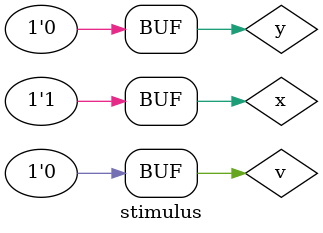
<source format=v>
`timescale 1ns / 1ps
`include "and3_gate.v"
module stimulus;
	// Inputs
	reg x;
	reg y;
    reg v;
	// Outputs
	wire z;
	// Instantiate the Unit Under Test (UUT)
	and3_gate uut (
		x, 
		y,
        v, 
		z
	);
 
	initial begin
	$dumpfile("test_and3.vcd");
    $dumpvars(0,stimulus);
		// Initialize Inputs
		x = 0;
		y = 0;
        v = 0;
 
	#20 x = 1;
	#20 y = 1;
    #20 v = 1;
	#20 y = 0;	
	#20 x = 1;	
    #20 v = 0;  
	#40 ;
 
	end  
 
		initial begin
		 $monitor("t=%3d x=%d,y=%d,v=%d,z=%d \n",$time,x,y,v,z, );
		 end
 
endmodule
</source>
